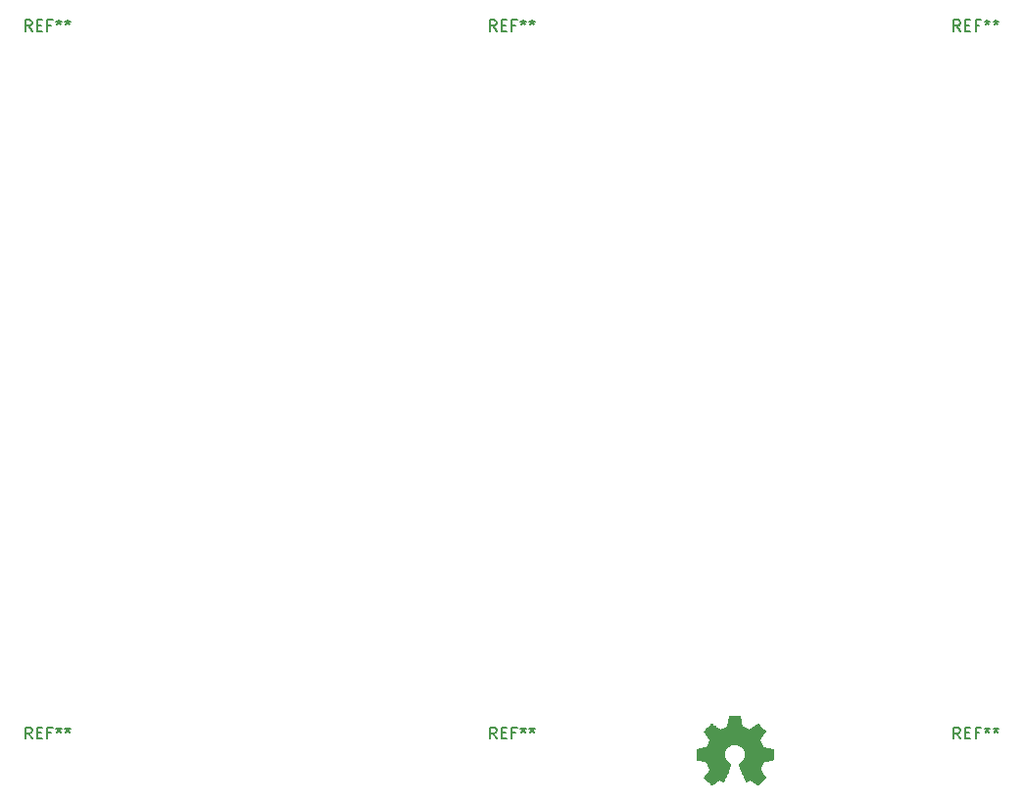
<source format=gbr>
G04 #@! TF.GenerationSoftware,KiCad,Pcbnew,(5.0.2)-1*
G04 #@! TF.CreationDate,2019-01-24T01:53:05-05:00*
G04 #@! TF.ProjectId,plate,706c6174-652e-46b6-9963-61645f706362,rev?*
G04 #@! TF.SameCoordinates,Original*
G04 #@! TF.FileFunction,Legend,Top*
G04 #@! TF.FilePolarity,Positive*
%FSLAX46Y46*%
G04 Gerber Fmt 4.6, Leading zero omitted, Abs format (unit mm)*
G04 Created by KiCad (PCBNEW (5.0.2)-1) date 1/24/2019 1:53:05 AM*
%MOMM*%
%LPD*%
G01*
G04 APERTURE LIST*
%ADD10C,0.010000*%
%ADD11C,0.150000*%
G04 APERTURE END LIST*
D10*
G04 #@! TO.C,REF\002A\002A*
G36*
X75803314Y-72335431D02*
X75887135Y-72780055D01*
X76196420Y-72907553D01*
X76505706Y-73035051D01*
X76876746Y-72782746D01*
X76980657Y-72712496D01*
X77074587Y-72649772D01*
X77154152Y-72597438D01*
X77214970Y-72558357D01*
X77252657Y-72535393D01*
X77262921Y-72530442D01*
X77281410Y-72543176D01*
X77320920Y-72578382D01*
X77377022Y-72631562D01*
X77445287Y-72698218D01*
X77521286Y-72773854D01*
X77600592Y-72853972D01*
X77678775Y-72934074D01*
X77751407Y-73009664D01*
X77814059Y-73076245D01*
X77862303Y-73129318D01*
X77891710Y-73164387D01*
X77898741Y-73176123D01*
X77888623Y-73197760D01*
X77860259Y-73245162D01*
X77816629Y-73313693D01*
X77760718Y-73398715D01*
X77695506Y-73495593D01*
X77657719Y-73550850D01*
X77588843Y-73651748D01*
X77527640Y-73742799D01*
X77477078Y-73819470D01*
X77440128Y-73877228D01*
X77419758Y-73911543D01*
X77416697Y-73918754D01*
X77423636Y-73939248D01*
X77442551Y-73987013D01*
X77470587Y-74055332D01*
X77504891Y-74137489D01*
X77542609Y-74226770D01*
X77580887Y-74316458D01*
X77616870Y-74399838D01*
X77647706Y-74470194D01*
X77670539Y-74520810D01*
X77682517Y-74544971D01*
X77683224Y-74545922D01*
X77702031Y-74550536D01*
X77752118Y-74560828D01*
X77828293Y-74575787D01*
X77925365Y-74594401D01*
X78038143Y-74615659D01*
X78103942Y-74627918D01*
X78224450Y-74650862D01*
X78333297Y-74672695D01*
X78424976Y-74692222D01*
X78493981Y-74708248D01*
X78534804Y-74719579D01*
X78543011Y-74723174D01*
X78551048Y-74747506D01*
X78557533Y-74802459D01*
X78562470Y-74881608D01*
X78565864Y-74978526D01*
X78567718Y-75086787D01*
X78568038Y-75199965D01*
X78566827Y-75311635D01*
X78564090Y-75415368D01*
X78559831Y-75504741D01*
X78554055Y-75573326D01*
X78546767Y-75614697D01*
X78542395Y-75623310D01*
X78516264Y-75633633D01*
X78460893Y-75648392D01*
X78383607Y-75665852D01*
X78291730Y-75684280D01*
X78259658Y-75690241D01*
X78105024Y-75718566D01*
X77982875Y-75741376D01*
X77889173Y-75759580D01*
X77819884Y-75774083D01*
X77770971Y-75785792D01*
X77738397Y-75795615D01*
X77718128Y-75804456D01*
X77706126Y-75813224D01*
X77704447Y-75814957D01*
X77687684Y-75842871D01*
X77662114Y-75897195D01*
X77630288Y-75971277D01*
X77594760Y-76058465D01*
X77558083Y-76152108D01*
X77522811Y-76245552D01*
X77491496Y-76332147D01*
X77466693Y-76405240D01*
X77450954Y-76458178D01*
X77446832Y-76484311D01*
X77447176Y-76485226D01*
X77461141Y-76506586D01*
X77492822Y-76553584D01*
X77538891Y-76621327D01*
X77596018Y-76704923D01*
X77660873Y-76799482D01*
X77679343Y-76826354D01*
X77745199Y-76923775D01*
X77803150Y-77012663D01*
X77850038Y-77087912D01*
X77882707Y-77144420D01*
X77898000Y-77177081D01*
X77898741Y-77181093D01*
X77885892Y-77202184D01*
X77850388Y-77243964D01*
X77796793Y-77301945D01*
X77729671Y-77371635D01*
X77653587Y-77448545D01*
X77573104Y-77528183D01*
X77492787Y-77606061D01*
X77417199Y-77677686D01*
X77350905Y-77738570D01*
X77298469Y-77784221D01*
X77264455Y-77810150D01*
X77255045Y-77814383D01*
X77233143Y-77804412D01*
X77188300Y-77777520D01*
X77127821Y-77738236D01*
X77081289Y-77706617D01*
X76996975Y-77648598D01*
X76897126Y-77580284D01*
X76796973Y-77512079D01*
X76743127Y-77475575D01*
X76560871Y-77352300D01*
X76407881Y-77435020D01*
X76338182Y-77471259D01*
X76278914Y-77499426D01*
X76238811Y-77515491D01*
X76228603Y-77517726D01*
X76216329Y-77501222D01*
X76192113Y-77454582D01*
X76157763Y-77382109D01*
X76115088Y-77288106D01*
X76065894Y-77176874D01*
X76011990Y-77052715D01*
X75955184Y-76919932D01*
X75897282Y-76782827D01*
X75840093Y-76645702D01*
X75785424Y-76512858D01*
X75735084Y-76388598D01*
X75690880Y-76277225D01*
X75654619Y-76183039D01*
X75628109Y-76110344D01*
X75613158Y-76063441D01*
X75610754Y-76047333D01*
X75629811Y-76026786D01*
X75671536Y-75993433D01*
X75727206Y-75954202D01*
X75731878Y-75951099D01*
X75875764Y-75835923D01*
X75991783Y-75701553D01*
X76078930Y-75552284D01*
X76136199Y-75392413D01*
X76162586Y-75226237D01*
X76157085Y-75058052D01*
X76118690Y-74892155D01*
X76046395Y-74732842D01*
X76025126Y-74697987D01*
X75914496Y-74557237D01*
X75783802Y-74444214D01*
X75637564Y-74359503D01*
X75480308Y-74303694D01*
X75316557Y-74277374D01*
X75150833Y-74281130D01*
X74987662Y-74315550D01*
X74831565Y-74381223D01*
X74687067Y-74478735D01*
X74642369Y-74518313D01*
X74528612Y-74642203D01*
X74445718Y-74772624D01*
X74388856Y-74918815D01*
X74357187Y-75063588D01*
X74349369Y-75226360D01*
X74375438Y-75389940D01*
X74432745Y-75548798D01*
X74518644Y-75697406D01*
X74630486Y-75830235D01*
X74765623Y-75941756D01*
X74783383Y-75953511D01*
X74839650Y-75992008D01*
X74882423Y-76025363D01*
X74902872Y-76046660D01*
X74903169Y-76047333D01*
X74898779Y-76070371D01*
X74881376Y-76122657D01*
X74852768Y-76199890D01*
X74814765Y-76297768D01*
X74769174Y-76411991D01*
X74717803Y-76538258D01*
X74662462Y-76672267D01*
X74604958Y-76809718D01*
X74547101Y-76946308D01*
X74490698Y-77077737D01*
X74437558Y-77199705D01*
X74389490Y-77307909D01*
X74348301Y-77398049D01*
X74315801Y-77465823D01*
X74293797Y-77506930D01*
X74284936Y-77517726D01*
X74257860Y-77509319D01*
X74207197Y-77486772D01*
X74141683Y-77454113D01*
X74105659Y-77435020D01*
X73952668Y-77352300D01*
X73770412Y-77475575D01*
X73677375Y-77538728D01*
X73575515Y-77608227D01*
X73480062Y-77673665D01*
X73432250Y-77706617D01*
X73365005Y-77751773D01*
X73308064Y-77787557D01*
X73268854Y-77809438D01*
X73256119Y-77814063D01*
X73237583Y-77801585D01*
X73196559Y-77766752D01*
X73137025Y-77713178D01*
X73062958Y-77644483D01*
X72978335Y-77564281D01*
X72924815Y-77512786D01*
X72831181Y-77420786D01*
X72750259Y-77338499D01*
X72685323Y-77269445D01*
X72639642Y-77217144D01*
X72616489Y-77185116D01*
X72614268Y-77178616D01*
X72624576Y-77153894D01*
X72653061Y-77103905D01*
X72696563Y-77033712D01*
X72751923Y-76948375D01*
X72815980Y-76852956D01*
X72834197Y-76826354D01*
X72900573Y-76729667D01*
X72960122Y-76642617D01*
X73009516Y-76570095D01*
X73045425Y-76516993D01*
X73064519Y-76488203D01*
X73066364Y-76485226D01*
X73063605Y-76462282D01*
X73048962Y-76411836D01*
X73024987Y-76340541D01*
X72994234Y-76255047D01*
X72959256Y-76162007D01*
X72922607Y-76068074D01*
X72886839Y-75979899D01*
X72854506Y-75904134D01*
X72828162Y-75847431D01*
X72810358Y-75816443D01*
X72809093Y-75814957D01*
X72798206Y-75806101D01*
X72779818Y-75797343D01*
X72749894Y-75787777D01*
X72704397Y-75776496D01*
X72639291Y-75762593D01*
X72550539Y-75745163D01*
X72434107Y-75723298D01*
X72285958Y-75696091D01*
X72253882Y-75690241D01*
X72158814Y-75671874D01*
X72075935Y-75653905D01*
X72012570Y-75638069D01*
X71976042Y-75626100D01*
X71971144Y-75623310D01*
X71963073Y-75598572D01*
X71956513Y-75543290D01*
X71951467Y-75463889D01*
X71947941Y-75366796D01*
X71945939Y-75258438D01*
X71945464Y-75145240D01*
X71946523Y-75033628D01*
X71949118Y-74930029D01*
X71953254Y-74840868D01*
X71958937Y-74772572D01*
X71966169Y-74731566D01*
X71970529Y-74723174D01*
X71994802Y-74714708D01*
X72050074Y-74700935D01*
X72130838Y-74683050D01*
X72231588Y-74662248D01*
X72346817Y-74639723D01*
X72409598Y-74627918D01*
X72528713Y-74605651D01*
X72634935Y-74585479D01*
X72723073Y-74568415D01*
X72787934Y-74555469D01*
X72824326Y-74547655D01*
X72830316Y-74545922D01*
X72840439Y-74526390D01*
X72861838Y-74479343D01*
X72891661Y-74411503D01*
X72927055Y-74329591D01*
X72965168Y-74240328D01*
X73003147Y-74150435D01*
X73038140Y-74066635D01*
X73067294Y-73995647D01*
X73087757Y-73944194D01*
X73096677Y-73918997D01*
X73096843Y-73917896D01*
X73086731Y-73898019D01*
X73058383Y-73852277D01*
X73014777Y-73785217D01*
X72958894Y-73701384D01*
X72893713Y-73605326D01*
X72855821Y-73550150D01*
X72786775Y-73448981D01*
X72725450Y-73357130D01*
X72674837Y-73279244D01*
X72637929Y-73219969D01*
X72617718Y-73183951D01*
X72614799Y-73175877D01*
X72627347Y-73157084D01*
X72662037Y-73116957D01*
X72714437Y-73059993D01*
X72780116Y-72990685D01*
X72854644Y-72913531D01*
X72933587Y-72833025D01*
X73012517Y-72753663D01*
X73087000Y-72679940D01*
X73152606Y-72616352D01*
X73204904Y-72567394D01*
X73239461Y-72537561D01*
X73251022Y-72530442D01*
X73269846Y-72540453D01*
X73314869Y-72568578D01*
X73381713Y-72611954D01*
X73466001Y-72667718D01*
X73563356Y-72733006D01*
X73636793Y-72782746D01*
X74007833Y-73035051D01*
X74626405Y-72780055D01*
X74710225Y-72335431D01*
X74794046Y-71890807D01*
X75719494Y-71890807D01*
X75803314Y-72335431D01*
X75803314Y-72335431D01*
G37*
X75803314Y-72335431D02*
X75887135Y-72780055D01*
X76196420Y-72907553D01*
X76505706Y-73035051D01*
X76876746Y-72782746D01*
X76980657Y-72712496D01*
X77074587Y-72649772D01*
X77154152Y-72597438D01*
X77214970Y-72558357D01*
X77252657Y-72535393D01*
X77262921Y-72530442D01*
X77281410Y-72543176D01*
X77320920Y-72578382D01*
X77377022Y-72631562D01*
X77445287Y-72698218D01*
X77521286Y-72773854D01*
X77600592Y-72853972D01*
X77678775Y-72934074D01*
X77751407Y-73009664D01*
X77814059Y-73076245D01*
X77862303Y-73129318D01*
X77891710Y-73164387D01*
X77898741Y-73176123D01*
X77888623Y-73197760D01*
X77860259Y-73245162D01*
X77816629Y-73313693D01*
X77760718Y-73398715D01*
X77695506Y-73495593D01*
X77657719Y-73550850D01*
X77588843Y-73651748D01*
X77527640Y-73742799D01*
X77477078Y-73819470D01*
X77440128Y-73877228D01*
X77419758Y-73911543D01*
X77416697Y-73918754D01*
X77423636Y-73939248D01*
X77442551Y-73987013D01*
X77470587Y-74055332D01*
X77504891Y-74137489D01*
X77542609Y-74226770D01*
X77580887Y-74316458D01*
X77616870Y-74399838D01*
X77647706Y-74470194D01*
X77670539Y-74520810D01*
X77682517Y-74544971D01*
X77683224Y-74545922D01*
X77702031Y-74550536D01*
X77752118Y-74560828D01*
X77828293Y-74575787D01*
X77925365Y-74594401D01*
X78038143Y-74615659D01*
X78103942Y-74627918D01*
X78224450Y-74650862D01*
X78333297Y-74672695D01*
X78424976Y-74692222D01*
X78493981Y-74708248D01*
X78534804Y-74719579D01*
X78543011Y-74723174D01*
X78551048Y-74747506D01*
X78557533Y-74802459D01*
X78562470Y-74881608D01*
X78565864Y-74978526D01*
X78567718Y-75086787D01*
X78568038Y-75199965D01*
X78566827Y-75311635D01*
X78564090Y-75415368D01*
X78559831Y-75504741D01*
X78554055Y-75573326D01*
X78546767Y-75614697D01*
X78542395Y-75623310D01*
X78516264Y-75633633D01*
X78460893Y-75648392D01*
X78383607Y-75665852D01*
X78291730Y-75684280D01*
X78259658Y-75690241D01*
X78105024Y-75718566D01*
X77982875Y-75741376D01*
X77889173Y-75759580D01*
X77819884Y-75774083D01*
X77770971Y-75785792D01*
X77738397Y-75795615D01*
X77718128Y-75804456D01*
X77706126Y-75813224D01*
X77704447Y-75814957D01*
X77687684Y-75842871D01*
X77662114Y-75897195D01*
X77630288Y-75971277D01*
X77594760Y-76058465D01*
X77558083Y-76152108D01*
X77522811Y-76245552D01*
X77491496Y-76332147D01*
X77466693Y-76405240D01*
X77450954Y-76458178D01*
X77446832Y-76484311D01*
X77447176Y-76485226D01*
X77461141Y-76506586D01*
X77492822Y-76553584D01*
X77538891Y-76621327D01*
X77596018Y-76704923D01*
X77660873Y-76799482D01*
X77679343Y-76826354D01*
X77745199Y-76923775D01*
X77803150Y-77012663D01*
X77850038Y-77087912D01*
X77882707Y-77144420D01*
X77898000Y-77177081D01*
X77898741Y-77181093D01*
X77885892Y-77202184D01*
X77850388Y-77243964D01*
X77796793Y-77301945D01*
X77729671Y-77371635D01*
X77653587Y-77448545D01*
X77573104Y-77528183D01*
X77492787Y-77606061D01*
X77417199Y-77677686D01*
X77350905Y-77738570D01*
X77298469Y-77784221D01*
X77264455Y-77810150D01*
X77255045Y-77814383D01*
X77233143Y-77804412D01*
X77188300Y-77777520D01*
X77127821Y-77738236D01*
X77081289Y-77706617D01*
X76996975Y-77648598D01*
X76897126Y-77580284D01*
X76796973Y-77512079D01*
X76743127Y-77475575D01*
X76560871Y-77352300D01*
X76407881Y-77435020D01*
X76338182Y-77471259D01*
X76278914Y-77499426D01*
X76238811Y-77515491D01*
X76228603Y-77517726D01*
X76216329Y-77501222D01*
X76192113Y-77454582D01*
X76157763Y-77382109D01*
X76115088Y-77288106D01*
X76065894Y-77176874D01*
X76011990Y-77052715D01*
X75955184Y-76919932D01*
X75897282Y-76782827D01*
X75840093Y-76645702D01*
X75785424Y-76512858D01*
X75735084Y-76388598D01*
X75690880Y-76277225D01*
X75654619Y-76183039D01*
X75628109Y-76110344D01*
X75613158Y-76063441D01*
X75610754Y-76047333D01*
X75629811Y-76026786D01*
X75671536Y-75993433D01*
X75727206Y-75954202D01*
X75731878Y-75951099D01*
X75875764Y-75835923D01*
X75991783Y-75701553D01*
X76078930Y-75552284D01*
X76136199Y-75392413D01*
X76162586Y-75226237D01*
X76157085Y-75058052D01*
X76118690Y-74892155D01*
X76046395Y-74732842D01*
X76025126Y-74697987D01*
X75914496Y-74557237D01*
X75783802Y-74444214D01*
X75637564Y-74359503D01*
X75480308Y-74303694D01*
X75316557Y-74277374D01*
X75150833Y-74281130D01*
X74987662Y-74315550D01*
X74831565Y-74381223D01*
X74687067Y-74478735D01*
X74642369Y-74518313D01*
X74528612Y-74642203D01*
X74445718Y-74772624D01*
X74388856Y-74918815D01*
X74357187Y-75063588D01*
X74349369Y-75226360D01*
X74375438Y-75389940D01*
X74432745Y-75548798D01*
X74518644Y-75697406D01*
X74630486Y-75830235D01*
X74765623Y-75941756D01*
X74783383Y-75953511D01*
X74839650Y-75992008D01*
X74882423Y-76025363D01*
X74902872Y-76046660D01*
X74903169Y-76047333D01*
X74898779Y-76070371D01*
X74881376Y-76122657D01*
X74852768Y-76199890D01*
X74814765Y-76297768D01*
X74769174Y-76411991D01*
X74717803Y-76538258D01*
X74662462Y-76672267D01*
X74604958Y-76809718D01*
X74547101Y-76946308D01*
X74490698Y-77077737D01*
X74437558Y-77199705D01*
X74389490Y-77307909D01*
X74348301Y-77398049D01*
X74315801Y-77465823D01*
X74293797Y-77506930D01*
X74284936Y-77517726D01*
X74257860Y-77509319D01*
X74207197Y-77486772D01*
X74141683Y-77454113D01*
X74105659Y-77435020D01*
X73952668Y-77352300D01*
X73770412Y-77475575D01*
X73677375Y-77538728D01*
X73575515Y-77608227D01*
X73480062Y-77673665D01*
X73432250Y-77706617D01*
X73365005Y-77751773D01*
X73308064Y-77787557D01*
X73268854Y-77809438D01*
X73256119Y-77814063D01*
X73237583Y-77801585D01*
X73196559Y-77766752D01*
X73137025Y-77713178D01*
X73062958Y-77644483D01*
X72978335Y-77564281D01*
X72924815Y-77512786D01*
X72831181Y-77420786D01*
X72750259Y-77338499D01*
X72685323Y-77269445D01*
X72639642Y-77217144D01*
X72616489Y-77185116D01*
X72614268Y-77178616D01*
X72624576Y-77153894D01*
X72653061Y-77103905D01*
X72696563Y-77033712D01*
X72751923Y-76948375D01*
X72815980Y-76852956D01*
X72834197Y-76826354D01*
X72900573Y-76729667D01*
X72960122Y-76642617D01*
X73009516Y-76570095D01*
X73045425Y-76516993D01*
X73064519Y-76488203D01*
X73066364Y-76485226D01*
X73063605Y-76462282D01*
X73048962Y-76411836D01*
X73024987Y-76340541D01*
X72994234Y-76255047D01*
X72959256Y-76162007D01*
X72922607Y-76068074D01*
X72886839Y-75979899D01*
X72854506Y-75904134D01*
X72828162Y-75847431D01*
X72810358Y-75816443D01*
X72809093Y-75814957D01*
X72798206Y-75806101D01*
X72779818Y-75797343D01*
X72749894Y-75787777D01*
X72704397Y-75776496D01*
X72639291Y-75762593D01*
X72550539Y-75745163D01*
X72434107Y-75723298D01*
X72285958Y-75696091D01*
X72253882Y-75690241D01*
X72158814Y-75671874D01*
X72075935Y-75653905D01*
X72012570Y-75638069D01*
X71976042Y-75626100D01*
X71971144Y-75623310D01*
X71963073Y-75598572D01*
X71956513Y-75543290D01*
X71951467Y-75463889D01*
X71947941Y-75366796D01*
X71945939Y-75258438D01*
X71945464Y-75145240D01*
X71946523Y-75033628D01*
X71949118Y-74930029D01*
X71953254Y-74840868D01*
X71958937Y-74772572D01*
X71966169Y-74731566D01*
X71970529Y-74723174D01*
X71994802Y-74714708D01*
X72050074Y-74700935D01*
X72130838Y-74683050D01*
X72231588Y-74662248D01*
X72346817Y-74639723D01*
X72409598Y-74627918D01*
X72528713Y-74605651D01*
X72634935Y-74585479D01*
X72723073Y-74568415D01*
X72787934Y-74555469D01*
X72824326Y-74547655D01*
X72830316Y-74545922D01*
X72840439Y-74526390D01*
X72861838Y-74479343D01*
X72891661Y-74411503D01*
X72927055Y-74329591D01*
X72965168Y-74240328D01*
X73003147Y-74150435D01*
X73038140Y-74066635D01*
X73067294Y-73995647D01*
X73087757Y-73944194D01*
X73096677Y-73918997D01*
X73096843Y-73917896D01*
X73086731Y-73898019D01*
X73058383Y-73852277D01*
X73014777Y-73785217D01*
X72958894Y-73701384D01*
X72893713Y-73605326D01*
X72855821Y-73550150D01*
X72786775Y-73448981D01*
X72725450Y-73357130D01*
X72674837Y-73279244D01*
X72637929Y-73219969D01*
X72617718Y-73183951D01*
X72614799Y-73175877D01*
X72627347Y-73157084D01*
X72662037Y-73116957D01*
X72714437Y-73059993D01*
X72780116Y-72990685D01*
X72854644Y-72913531D01*
X72933587Y-72833025D01*
X73012517Y-72753663D01*
X73087000Y-72679940D01*
X73152606Y-72616352D01*
X73204904Y-72567394D01*
X73239461Y-72537561D01*
X73251022Y-72530442D01*
X73269846Y-72540453D01*
X73314869Y-72568578D01*
X73381713Y-72611954D01*
X73466001Y-72667718D01*
X73563356Y-72733006D01*
X73636793Y-72782746D01*
X74007833Y-73035051D01*
X74626405Y-72780055D01*
X74710225Y-72335431D01*
X74794046Y-71890807D01*
X75719494Y-71890807D01*
X75803314Y-72335431D01*
D11*
X14541666Y-12682880D02*
X14208333Y-12206690D01*
X13970238Y-12682880D02*
X13970238Y-11682880D01*
X14351190Y-11682880D01*
X14446428Y-11730500D01*
X14494047Y-11778119D01*
X14541666Y-11873357D01*
X14541666Y-12016214D01*
X14494047Y-12111452D01*
X14446428Y-12159071D01*
X14351190Y-12206690D01*
X13970238Y-12206690D01*
X14970238Y-12159071D02*
X15303571Y-12159071D01*
X15446428Y-12682880D02*
X14970238Y-12682880D01*
X14970238Y-11682880D01*
X15446428Y-11682880D01*
X16208333Y-12159071D02*
X15875000Y-12159071D01*
X15875000Y-12682880D02*
X15875000Y-11682880D01*
X16351190Y-11682880D01*
X16875000Y-11682880D02*
X16875000Y-11920976D01*
X16636904Y-11825738D02*
X16875000Y-11920976D01*
X17113095Y-11825738D01*
X16732142Y-12111452D02*
X16875000Y-11920976D01*
X17017857Y-12111452D01*
X17636904Y-11682880D02*
X17636904Y-11920976D01*
X17398809Y-11825738D02*
X17636904Y-11920976D01*
X17875000Y-11825738D01*
X17494047Y-12111452D02*
X17636904Y-11920976D01*
X17779761Y-12111452D01*
X94742166Y-12682880D02*
X94408833Y-12206690D01*
X94170738Y-12682880D02*
X94170738Y-11682880D01*
X94551690Y-11682880D01*
X94646928Y-11730500D01*
X94694547Y-11778119D01*
X94742166Y-11873357D01*
X94742166Y-12016214D01*
X94694547Y-12111452D01*
X94646928Y-12159071D01*
X94551690Y-12206690D01*
X94170738Y-12206690D01*
X95170738Y-12159071D02*
X95504071Y-12159071D01*
X95646928Y-12682880D02*
X95170738Y-12682880D01*
X95170738Y-11682880D01*
X95646928Y-11682880D01*
X96408833Y-12159071D02*
X96075500Y-12159071D01*
X96075500Y-12682880D02*
X96075500Y-11682880D01*
X96551690Y-11682880D01*
X97075500Y-11682880D02*
X97075500Y-11920976D01*
X96837404Y-11825738D02*
X97075500Y-11920976D01*
X97313595Y-11825738D01*
X96932642Y-12111452D02*
X97075500Y-11920976D01*
X97218357Y-12111452D01*
X97837404Y-11682880D02*
X97837404Y-11920976D01*
X97599309Y-11825738D02*
X97837404Y-11920976D01*
X98075500Y-11825738D01*
X97694547Y-12111452D02*
X97837404Y-11920976D01*
X97980261Y-12111452D01*
X94742166Y-73833380D02*
X94408833Y-73357190D01*
X94170738Y-73833380D02*
X94170738Y-72833380D01*
X94551690Y-72833380D01*
X94646928Y-72881000D01*
X94694547Y-72928619D01*
X94742166Y-73023857D01*
X94742166Y-73166714D01*
X94694547Y-73261952D01*
X94646928Y-73309571D01*
X94551690Y-73357190D01*
X94170738Y-73357190D01*
X95170738Y-73309571D02*
X95504071Y-73309571D01*
X95646928Y-73833380D02*
X95170738Y-73833380D01*
X95170738Y-72833380D01*
X95646928Y-72833380D01*
X96408833Y-73309571D02*
X96075500Y-73309571D01*
X96075500Y-73833380D02*
X96075500Y-72833380D01*
X96551690Y-72833380D01*
X97075500Y-72833380D02*
X97075500Y-73071476D01*
X96837404Y-72976238D02*
X97075500Y-73071476D01*
X97313595Y-72976238D01*
X96932642Y-73261952D02*
X97075500Y-73071476D01*
X97218357Y-73261952D01*
X97837404Y-72833380D02*
X97837404Y-73071476D01*
X97599309Y-72976238D02*
X97837404Y-73071476D01*
X98075500Y-72976238D01*
X97694547Y-73261952D02*
X97837404Y-73071476D01*
X97980261Y-73261952D01*
X14541666Y-73833380D02*
X14208333Y-73357190D01*
X13970238Y-73833380D02*
X13970238Y-72833380D01*
X14351190Y-72833380D01*
X14446428Y-72881000D01*
X14494047Y-72928619D01*
X14541666Y-73023857D01*
X14541666Y-73166714D01*
X14494047Y-73261952D01*
X14446428Y-73309571D01*
X14351190Y-73357190D01*
X13970238Y-73357190D01*
X14970238Y-73309571D02*
X15303571Y-73309571D01*
X15446428Y-73833380D02*
X14970238Y-73833380D01*
X14970238Y-72833380D01*
X15446428Y-72833380D01*
X16208333Y-73309571D02*
X15875000Y-73309571D01*
X15875000Y-73833380D02*
X15875000Y-72833380D01*
X16351190Y-72833380D01*
X16875000Y-72833380D02*
X16875000Y-73071476D01*
X16636904Y-72976238D02*
X16875000Y-73071476D01*
X17113095Y-72976238D01*
X16732142Y-73261952D02*
X16875000Y-73071476D01*
X17017857Y-73261952D01*
X17636904Y-72833380D02*
X17636904Y-73071476D01*
X17398809Y-72976238D02*
X17636904Y-73071476D01*
X17875000Y-72976238D01*
X17494047Y-73261952D02*
X17636904Y-73071476D01*
X17779761Y-73261952D01*
X54673666Y-73833380D02*
X54340333Y-73357190D01*
X54102238Y-73833380D02*
X54102238Y-72833380D01*
X54483190Y-72833380D01*
X54578428Y-72881000D01*
X54626047Y-72928619D01*
X54673666Y-73023857D01*
X54673666Y-73166714D01*
X54626047Y-73261952D01*
X54578428Y-73309571D01*
X54483190Y-73357190D01*
X54102238Y-73357190D01*
X55102238Y-73309571D02*
X55435571Y-73309571D01*
X55578428Y-73833380D02*
X55102238Y-73833380D01*
X55102238Y-72833380D01*
X55578428Y-72833380D01*
X56340333Y-73309571D02*
X56007000Y-73309571D01*
X56007000Y-73833380D02*
X56007000Y-72833380D01*
X56483190Y-72833380D01*
X57007000Y-72833380D02*
X57007000Y-73071476D01*
X56768904Y-72976238D02*
X57007000Y-73071476D01*
X57245095Y-72976238D01*
X56864142Y-73261952D02*
X57007000Y-73071476D01*
X57149857Y-73261952D01*
X57768904Y-72833380D02*
X57768904Y-73071476D01*
X57530809Y-72976238D02*
X57768904Y-73071476D01*
X58007000Y-72976238D01*
X57626047Y-73261952D02*
X57768904Y-73071476D01*
X57911761Y-73261952D01*
X54673666Y-12682880D02*
X54340333Y-12206690D01*
X54102238Y-12682880D02*
X54102238Y-11682880D01*
X54483190Y-11682880D01*
X54578428Y-11730500D01*
X54626047Y-11778119D01*
X54673666Y-11873357D01*
X54673666Y-12016214D01*
X54626047Y-12111452D01*
X54578428Y-12159071D01*
X54483190Y-12206690D01*
X54102238Y-12206690D01*
X55102238Y-12159071D02*
X55435571Y-12159071D01*
X55578428Y-12682880D02*
X55102238Y-12682880D01*
X55102238Y-11682880D01*
X55578428Y-11682880D01*
X56340333Y-12159071D02*
X56007000Y-12159071D01*
X56007000Y-12682880D02*
X56007000Y-11682880D01*
X56483190Y-11682880D01*
X57007000Y-11682880D02*
X57007000Y-11920976D01*
X56768904Y-11825738D02*
X57007000Y-11920976D01*
X57245095Y-11825738D01*
X56864142Y-12111452D02*
X57007000Y-11920976D01*
X57149857Y-12111452D01*
X57768904Y-11682880D02*
X57768904Y-11920976D01*
X57530809Y-11825738D02*
X57768904Y-11920976D01*
X58007000Y-11825738D01*
X57626047Y-12111452D02*
X57768904Y-11920976D01*
X57911761Y-12111452D01*
G04 #@! TD*
M02*

</source>
